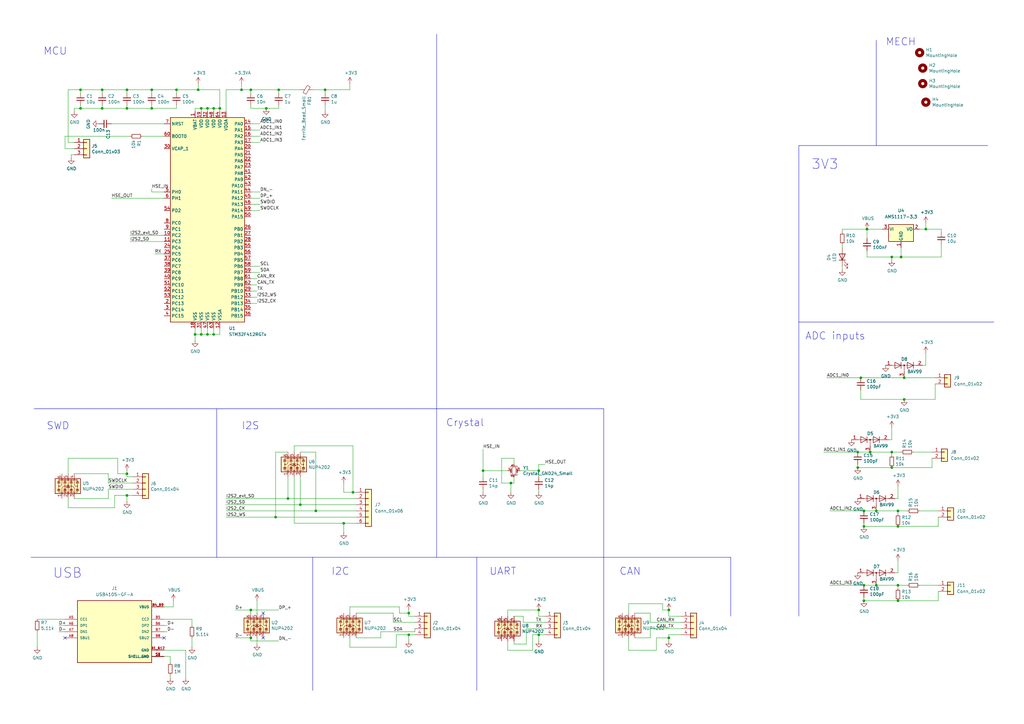
<source format=kicad_sch>
(kicad_sch (version 20230121) (generator eeschema)
  (paper "A3")
  (junction (at 365.76 191.77))
  (junction (at 379.73 93.98))
  (junction (at 52.07 36.83))
  (junction (at 52.07 203.2))
  (junction (at 274.32 261.62))
  (junction (at 62.23 36.83))
  (junction (at 355.6 93.98))
  (junction (at 41.91 36.83))
  (junction (at 102.87 250.19))
  (junction (at 113.03 212.09))
  (junction (at 140.97 214.63))
  (junction (at 62.23 44.45))
  (junction (at 198.12 193.04))
  (junction (at 167.64 260.35))
  (junction (at 209.55 198.12))
  (junction (at 82.55 137.16))
  (junction (at 82.55 44.45))
  (junction (at 52.07 44.45))
  (junction (at 102.87 261.62))
  (junction (at 359.41 240.03))
  (junction (at 129.54 209.55))
  (junction (at 85.09 137.16))
  (junction (at 368.3 246.38))
  (junction (at 370.84 163.83))
  (junction (at 144.78 201.93))
  (junction (at 102.87 36.83))
  (junction (at 368.3 240.03))
  (junction (at 85.09 44.45))
  (junction (at 220.98 193.04))
  (junction (at 351.79 191.77))
  (junction (at 52.07 194.31))
  (junction (at 41.91 44.45))
  (junction (at 133.35 36.83))
  (junction (at 368.3 215.9))
  (junction (at 33.02 44.45))
  (junction (at 114.3 36.83))
  (junction (at 81.28 36.83))
  (junction (at 123.19 207.01))
  (junction (at 118.11 204.47))
  (junction (at 353.06 154.94))
  (junction (at 80.01 137.16))
  (junction (at 365.76 185.42))
  (junction (at 274.32 250.19))
  (junction (at 220.98 260.35))
  (junction (at 72.39 36.83))
  (junction (at 99.06 36.83))
  (junction (at 351.79 185.42))
  (junction (at 354.33 215.9))
  (junction (at 167.64 251.46))
  (junction (at 356.87 185.42))
  (junction (at 33.02 36.83))
  (junction (at 354.33 246.38))
  (junction (at 369.57 105.41))
  (junction (at 365.76 105.41))
  (junction (at 368.3 209.55))
  (junction (at 90.17 44.45))
  (junction (at 359.41 209.55))
  (junction (at 87.63 44.45))
  (junction (at 354.33 209.55))
  (junction (at 370.84 154.94))
  (junction (at 87.63 137.16))
  (junction (at 354.33 240.03))
  (junction (at 109.22 44.45))
  (junction (at 220.98 250.19))
  (no_connect (at 67.31 261.62))
  (no_connect (at 26.67 261.62))
  (no_connect (at 107.95 261.62))
  (no_connect (at 107.95 251.46))
  (polyline (pts (xy 128.27 228.6) (xy 195.58 228.6)))
  (wire (pts (xy 379.73 93.98) (xy 379.73 91.44)))
  (wire (pts (xy 27.94 204.47) (xy 27.94 208.28)))
  (wire (pts (xy 369.57 105.41) (xy 386.08 105.41)))
  (wire (pts (xy 218.44 266.7) (xy 218.44 260.35)))
  (wire (pts (xy 30.48 63.5) (xy 29.21 63.5)))
  (wire (pts (xy 92.71 45.72) (xy 92.71 36.83)))
  (wire (pts (xy 99.06 36.83) (xy 102.87 36.83)))
  (wire (pts (xy 266.7 255.27) (xy 266.7 251.46)))
  (polyline (pts (xy 359.41 59.69) (xy 405.13 59.69)))
  (wire (pts (xy 30.48 44.45) (xy 30.48 45.72)))
  (wire (pts (xy 351.79 185.42) (xy 356.87 185.42)))
  (wire (pts (xy 102.87 250.19) (xy 102.87 251.46)))
  (wire (pts (xy 27.94 36.83) (xy 27.94 58.42)))
  (wire (pts (xy 144.78 182.88) (xy 144.78 201.93)))
  (wire (pts (xy 92.71 36.83) (xy 99.06 36.83)))
  (wire (pts (xy 140.97 201.93) (xy 140.97 198.12)))
  (wire (pts (xy 368.3 209.55) (xy 368.3 210.82)))
  (wire (pts (xy 15.24 259.08) (xy 15.24 265.43)))
  (wire (pts (xy 223.52 252.73) (xy 220.98 252.73)))
  (wire (pts (xy 90.17 134.62) (xy 90.17 137.16)))
  (wire (pts (xy 367.03 234.95) (xy 368.3 234.95)))
  (wire (pts (xy 72.39 38.1) (xy 72.39 36.83)))
  (wire (pts (xy 257.81 266.7) (xy 269.24 266.7)))
  (wire (pts (xy 378.46 149.86) (xy 379.73 149.86)))
  (wire (pts (xy 48.26 194.31) (xy 48.26 187.96)))
  (wire (pts (xy 15.24 254) (xy 26.67 254)))
  (wire (pts (xy 118.11 195.58) (xy 118.11 204.47)))
  (wire (pts (xy 69.85 276.86) (xy 69.85 278.13)))
  (wire (pts (xy 30.48 60.96) (xy 26.67 60.96)))
  (wire (pts (xy 87.63 44.45) (xy 90.17 44.45)))
  (polyline (pts (xy 299.72 228.6) (xy 299.72 252.73)))
  (wire (pts (xy 33.02 36.83) (xy 27.94 36.83)))
  (wire (pts (xy 27.94 208.28) (xy 46.99 208.28)))
  (polyline (pts (xy 179.07 167.64) (xy 179.07 228.6)))
  (wire (pts (xy 71.12 246.38) (xy 71.12 248.92)))
  (wire (pts (xy 92.71 204.47) (xy 118.11 204.47)))
  (wire (pts (xy 266.7 257.81) (xy 266.7 261.62)))
  (wire (pts (xy 339.09 154.94) (xy 353.06 154.94)))
  (wire (pts (xy 102.87 55.88) (xy 106.68 55.88)))
  (wire (pts (xy 354.33 209.55) (xy 359.41 209.55)))
  (wire (pts (xy 208.28 250.19) (xy 220.98 250.19)))
  (polyline (pts (xy 12.7 228.6) (xy 128.27 228.6)))
  (wire (pts (xy 146.05 201.93) (xy 144.78 201.93)))
  (wire (pts (xy 345.44 93.98) (xy 355.6 93.98)))
  (wire (pts (xy 33.02 44.45) (xy 30.48 44.45)))
  (wire (pts (xy 143.51 248.92) (xy 143.51 251.46)))
  (wire (pts (xy 162.56 260.35) (xy 167.64 260.35)))
  (wire (pts (xy 102.87 111.76) (xy 106.68 111.76)))
  (wire (pts (xy 354.33 245.11) (xy 354.33 246.38)))
  (wire (pts (xy 213.36 193.04) (xy 220.98 193.04)))
  (wire (pts (xy 80.01 137.16) (xy 80.01 139.7)))
  (wire (pts (xy 274.32 262.89) (xy 274.32 261.62)))
  (wire (pts (xy 24.13 256.54) (xy 26.67 256.54)))
  (wire (pts (xy 46.99 203.2) (xy 52.07 203.2)))
  (wire (pts (xy 26.67 55.88) (xy 53.34 55.88)))
  (wire (pts (xy 67.31 50.8) (xy 45.72 50.8)))
  (wire (pts (xy 102.87 124.46) (xy 105.41 124.46)))
  (wire (pts (xy 133.35 38.1) (xy 133.35 36.83)))
  (wire (pts (xy 27.94 187.96) (xy 27.94 194.31)))
  (wire (pts (xy 257.81 261.62) (xy 257.81 266.7)))
  (wire (pts (xy 266.7 257.81) (xy 279.4 257.81)))
  (wire (pts (xy 102.87 261.62) (xy 102.87 262.89)))
  (wire (pts (xy 102.87 44.45) (xy 109.22 44.45)))
  (wire (pts (xy 340.36 209.55) (xy 354.33 209.55)))
  (wire (pts (xy 365.76 105.41) (xy 365.76 106.68)))
  (wire (pts (xy 370.84 163.83) (xy 383.54 163.83)))
  (wire (pts (xy 71.12 248.92) (xy 67.31 248.92)))
  (wire (pts (xy 90.17 44.45) (xy 90.17 36.83)))
  (wire (pts (xy 355.6 105.41) (xy 355.6 102.87)))
  (wire (pts (xy 140.97 214.63) (xy 140.97 218.44)))
  (wire (pts (xy 379.73 149.86) (xy 379.73 144.78)))
  (wire (pts (xy 205.74 187.96) (xy 210.82 187.96)))
  (wire (pts (xy 377.19 209.55) (xy 384.81 209.55)))
  (wire (pts (xy 102.87 262.89) (xy 114.3 262.89)))
  (wire (pts (xy 82.55 134.62) (xy 82.55 137.16)))
  (wire (pts (xy 220.98 252.73) (xy 220.98 250.19)))
  (wire (pts (xy 123.19 185.42) (xy 129.54 185.42)))
  (wire (pts (xy 102.87 78.74) (xy 106.68 78.74)))
  (wire (pts (xy 30.48 194.31) (xy 44.45 194.31)))
  (wire (pts (xy 386.08 93.98) (xy 386.08 95.25)))
  (wire (pts (xy 24.13 259.08) (xy 26.67 259.08)))
  (wire (pts (xy 220.98 190.5) (xy 220.98 193.04)))
  (wire (pts (xy 26.67 60.96) (xy 26.67 55.88)))
  (wire (pts (xy 109.22 44.45) (xy 114.3 44.45)))
  (wire (pts (xy 82.55 45.72) (xy 82.55 44.45)))
  (wire (pts (xy 90.17 137.16) (xy 87.63 137.16)))
  (wire (pts (xy 369.57 101.6) (xy 369.57 105.41)))
  (wire (pts (xy 220.98 262.89) (xy 220.98 260.35)))
  (wire (pts (xy 161.29 251.46) (xy 161.29 255.27)))
  (wire (pts (xy 274.32 260.35) (xy 279.4 260.35)))
  (wire (pts (xy 351.79 190.5) (xy 351.79 191.77)))
  (wire (pts (xy 62.23 36.83) (xy 52.07 36.83)))
  (wire (pts (xy 133.35 36.83) (xy 128.27 36.83)))
  (wire (pts (xy 45.72 81.28) (xy 67.31 81.28)))
  (wire (pts (xy 102.87 58.42) (xy 106.68 58.42)))
  (wire (pts (xy 68.58 256.54) (xy 67.31 256.54)))
  (wire (pts (xy 102.87 43.18) (xy 102.87 44.45)))
  (wire (pts (xy 215.9 257.81) (xy 223.52 257.81)))
  (wire (pts (xy 133.35 45.72) (xy 133.35 43.18)))
  (wire (pts (xy 167.64 251.46) (xy 167.64 250.19)))
  (wire (pts (xy 365.76 185.42) (xy 369.57 185.42)))
  (wire (pts (xy 52.07 194.31) (xy 48.26 194.31)))
  (wire (pts (xy 368.3 240.03) (xy 368.3 241.3)))
  (wire (pts (xy 52.07 43.18) (xy 52.07 44.45)))
  (wire (pts (xy 82.55 137.16) (xy 80.01 137.16)))
  (wire (pts (xy 345.44 100.33) (xy 345.44 101.6)))
  (wire (pts (xy 102.87 250.19) (xy 114.3 250.19)))
  (wire (pts (xy 72.39 44.45) (xy 62.23 44.45)))
  (wire (pts (xy 162.56 265.43) (xy 162.56 260.35)))
  (polyline (pts (xy 179.07 13.97) (xy 179.07 167.64)))
  (wire (pts (xy 365.76 105.41) (xy 369.57 105.41)))
  (wire (pts (xy 209.55 198.12) (xy 210.82 198.12)))
  (wire (pts (xy 368.3 209.55) (xy 372.11 209.55)))
  (wire (pts (xy 269.24 261.62) (xy 274.32 261.62)))
  (wire (pts (xy 113.03 212.09) (xy 146.05 212.09)))
  (wire (pts (xy 120.65 185.42) (xy 120.65 182.88)))
  (wire (pts (xy 80.01 44.45) (xy 82.55 44.45)))
  (wire (pts (xy 386.08 105.41) (xy 386.08 100.33)))
  (wire (pts (xy 209.55 198.12) (xy 205.74 198.12)))
  (wire (pts (xy 62.23 44.45) (xy 52.07 44.45)))
  (wire (pts (xy 368.3 215.9) (xy 384.81 215.9)))
  (wire (pts (xy 67.31 55.88) (xy 58.42 55.88)))
  (wire (pts (xy 29.21 63.5) (xy 29.21 64.77)))
  (wire (pts (xy 156.21 261.62) (xy 146.05 261.62)))
  (wire (pts (xy 367.03 204.47) (xy 368.3 204.47)))
  (wire (pts (xy 271.78 247.65) (xy 257.81 247.65)))
  (wire (pts (xy 33.02 44.45) (xy 33.02 43.18)))
  (wire (pts (xy 356.87 185.42) (xy 365.76 185.42)))
  (wire (pts (xy 80.01 137.16) (xy 80.01 134.62)))
  (wire (pts (xy 52.07 36.83) (xy 41.91 36.83)))
  (wire (pts (xy 52.07 38.1) (xy 52.07 36.83)))
  (wire (pts (xy 44.45 198.12) (xy 44.45 194.31)))
  (wire (pts (xy 81.28 34.29) (xy 81.28 36.83)))
  (wire (pts (xy 82.55 44.45) (xy 85.09 44.45)))
  (wire (pts (xy 96.52 250.19) (xy 102.87 250.19)))
  (wire (pts (xy 266.7 251.46) (xy 260.35 251.46)))
  (wire (pts (xy 118.11 185.42) (xy 113.03 185.42)))
  (wire (pts (xy 215.9 257.81) (xy 215.9 264.16)))
  (wire (pts (xy 68.58 259.08) (xy 67.31 259.08)))
  (wire (pts (xy 223.52 190.5) (xy 220.98 190.5)))
  (wire (pts (xy 143.51 36.83) (xy 133.35 36.83)))
  (wire (pts (xy 123.19 207.01) (xy 146.05 207.01)))
  (polyline (pts (xy 247.65 228.6) (xy 247.65 283.21)))
  (wire (pts (xy 384.81 215.9) (xy 384.81 212.09)))
  (wire (pts (xy 146.05 251.46) (xy 161.29 251.46)))
  (wire (pts (xy 167.64 251.46) (xy 163.83 251.46)))
  (wire (pts (xy 351.79 191.77) (xy 365.76 191.77)))
  (wire (pts (xy 92.71 209.55) (xy 129.54 209.55)))
  (wire (pts (xy 120.65 195.58) (xy 120.65 214.63)))
  (wire (pts (xy 92.71 212.09) (xy 113.03 212.09)))
  (wire (pts (xy 114.3 38.1) (xy 114.3 36.83)))
  (wire (pts (xy 143.51 265.43) (xy 162.56 265.43)))
  (wire (pts (xy 120.65 214.63) (xy 140.97 214.63)))
  (wire (pts (xy 44.45 204.47) (xy 30.48 204.47)))
  (wire (pts (xy 123.19 195.58) (xy 123.19 207.01)))
  (wire (pts (xy 266.7 261.62) (xy 260.35 261.62)))
  (wire (pts (xy 345.44 109.22) (xy 345.44 110.49)))
  (polyline (pts (xy 327.66 252.73) (xy 327.66 132.08)))
  (wire (pts (xy 85.09 137.16) (xy 82.55 137.16)))
  (wire (pts (xy 129.54 209.55) (xy 146.05 209.55)))
  (wire (pts (xy 368.3 240.03) (xy 372.11 240.03)))
  (wire (pts (xy 72.39 43.18) (xy 72.39 44.45)))
  (wire (pts (xy 205.74 198.12) (xy 205.74 187.96)))
  (wire (pts (xy 80.01 45.72) (xy 80.01 44.45)))
  (wire (pts (xy 365.76 191.77) (xy 382.27 191.77)))
  (wire (pts (xy 353.06 163.83) (xy 370.84 163.83)))
  (wire (pts (xy 214.63 255.27) (xy 214.63 252.73)))
  (wire (pts (xy 129.54 185.42) (xy 129.54 209.55)))
  (wire (pts (xy 143.51 261.62) (xy 143.51 265.43)))
  (wire (pts (xy 102.87 81.28) (xy 106.68 81.28)))
  (wire (pts (xy 354.33 214.63) (xy 354.33 215.9)))
  (wire (pts (xy 54.61 198.12) (xy 44.45 198.12)))
  (wire (pts (xy 218.44 260.35) (xy 220.98 260.35)))
  (wire (pts (xy 62.23 43.18) (xy 62.23 44.45)))
  (wire (pts (xy 54.61 195.58) (xy 52.07 195.58)))
  (wire (pts (xy 76.2 266.7) (xy 76.2 278.13)))
  (wire (pts (xy 52.07 195.58) (xy 52.07 194.31)))
  (wire (pts (xy 198.12 201.93) (xy 198.12 200.66)))
  (wire (pts (xy 48.26 187.96) (xy 27.94 187.96)))
  (wire (pts (xy 62.23 78.74) (xy 67.31 78.74)))
  (wire (pts (xy 214.63 252.73) (xy 210.82 252.73)))
  (wire (pts (xy 382.27 191.77) (xy 382.27 187.96)))
  (wire (pts (xy 210.82 264.16) (xy 210.82 262.89)))
  (wire (pts (xy 198.12 184.15) (xy 198.12 193.04)))
  (wire (pts (xy 156.21 259.08) (xy 170.18 259.08)))
  (wire (pts (xy 102.87 53.34) (xy 106.68 53.34)))
  (wire (pts (xy 368.3 204.47) (xy 368.3 199.39)))
  (polyline (pts (xy 359.41 16.51) (xy 359.41 59.69)))
  (wire (pts (xy 52.07 205.74) (xy 52.07 203.2)))
  (wire (pts (xy 279.4 252.73) (xy 274.32 252.73)))
  (wire (pts (xy 220.98 201.93) (xy 220.98 200.66)))
  (wire (pts (xy 266.7 255.27) (xy 279.4 255.27)))
  (wire (pts (xy 46.99 208.28) (xy 46.99 203.2)))
  (wire (pts (xy 208.28 262.89) (xy 208.28 266.7)))
  (wire (pts (xy 114.3 44.45) (xy 114.3 43.18)))
  (wire (pts (xy 170.18 259.08) (xy 170.18 257.81)))
  (wire (pts (xy 87.63 137.16) (xy 85.09 137.16)))
  (polyline (pts (xy 247.65 167.64) (xy 247.65 228.6)))
  (wire (pts (xy 102.87 86.36) (xy 106.68 86.36)))
  (wire (pts (xy 354.33 240.03) (xy 359.41 240.03)))
  (wire (pts (xy 92.71 207.01) (xy 123.19 207.01)))
  (polyline (pts (xy 195.58 228.6) (xy 195.58 283.21)))
  (wire (pts (xy 214.63 255.27) (xy 223.52 255.27)))
  (wire (pts (xy 102.87 38.1) (xy 102.87 36.83)))
  (wire (pts (xy 102.87 116.84) (xy 105.41 116.84)))
  (wire (pts (xy 271.78 250.19) (xy 271.78 247.65)))
  (wire (pts (xy 81.28 36.83) (xy 72.39 36.83)))
  (wire (pts (xy 78.74 261.62) (xy 78.74 265.43)))
  (wire (pts (xy 102.87 50.8) (xy 106.68 50.8)))
  (wire (pts (xy 72.39 36.83) (xy 62.23 36.83)))
  (wire (pts (xy 85.09 45.72) (xy 85.09 44.45)))
  (wire (pts (xy 146.05 214.63) (xy 140.97 214.63)))
  (wire (pts (xy 99.06 34.29) (xy 99.06 36.83)))
  (wire (pts (xy 210.82 187.96) (xy 210.82 190.5)))
  (wire (pts (xy 41.91 38.1) (xy 41.91 36.83)))
  (polyline (pts (xy 88.9 167.64) (xy 88.9 228.6)))
  (wire (pts (xy 85.09 134.62) (xy 85.09 137.16)))
  (wire (pts (xy 163.83 251.46) (xy 163.83 248.92)))
  (wire (pts (xy 377.19 240.03) (xy 384.81 240.03)))
  (wire (pts (xy 69.85 271.78) (xy 69.85 269.24)))
  (wire (pts (xy 53.34 96.52) (xy 67.31 96.52)))
  (wire (pts (xy 274.32 261.62) (xy 274.32 260.35)))
  (wire (pts (xy 345.44 93.98) (xy 345.44 95.25)))
  (wire (pts (xy 220.98 193.04) (xy 220.98 195.58)))
  (wire (pts (xy 156.21 259.08) (xy 156.21 261.62)))
  (wire (pts (xy 337.82 185.42) (xy 351.79 185.42)))
  (wire (pts (xy 359.41 209.55) (xy 368.3 209.55)))
  (wire (pts (xy 102.87 114.3) (xy 105.41 114.3)))
  (wire (pts (xy 85.09 44.45) (xy 87.63 44.45)))
  (polyline (pts (xy 128.27 228.6) (xy 128.27 283.21)))
  (wire (pts (xy 163.83 248.92) (xy 143.51 248.92)))
  (wire (pts (xy 87.63 134.62) (xy 87.63 137.16)))
  (polyline (pts (xy 327.66 59.69) (xy 359.41 59.69)))
  (wire (pts (xy 62.23 77.47) (xy 62.23 78.74)))
  (wire (pts (xy 383.54 163.83) (xy 383.54 157.48)))
  (wire (pts (xy 96.52 261.62) (xy 102.87 261.62)))
  (wire (pts (xy 53.34 99.06) (xy 67.31 99.06)))
  (wire (pts (xy 355.6 93.98) (xy 355.6 97.79)))
  (wire (pts (xy 27.94 58.42) (xy 30.48 58.42)))
  (wire (pts (xy 368.3 234.95) (xy 368.3 229.87)))
  (polyline (pts (xy 327.66 132.08) (xy 407.67 132.08)))
  (wire (pts (xy 208.28 266.7) (xy 218.44 266.7)))
  (wire (pts (xy 113.03 185.42) (xy 113.03 212.09)))
  (wire (pts (xy 41.91 44.45) (xy 33.02 44.45)))
  (wire (pts (xy 44.45 200.66) (xy 54.61 200.66)))
  (wire (pts (xy 167.64 262.89) (xy 167.64 260.35)))
  (polyline (pts (xy 13.97 167.64) (xy 88.9 167.64)))
  (wire (pts (xy 274.32 252.73) (xy 274.32 250.19)))
  (wire (pts (xy 102.87 109.22) (xy 106.68 109.22)))
  (wire (pts (xy 370.84 154.94) (xy 383.54 154.94)))
  (polyline (pts (xy 179.07 167.64) (xy 247.65 167.64)))
  (wire (pts (xy 353.06 154.94) (xy 370.84 154.94)))
  (wire (pts (xy 143.51 34.29) (xy 143.51 36.83)))
  (wire (pts (xy 368.3 246.38) (xy 384.81 246.38)))
  (wire (pts (xy 114.3 36.83) (xy 123.19 36.83)))
  (wire (pts (xy 67.31 266.7) (xy 76.2 266.7)))
  (wire (pts (xy 269.24 266.7) (xy 269.24 261.62)))
  (wire (pts (xy 44.45 200.66) (xy 44.45 204.47)))
  (wire (pts (xy 361.95 93.98) (xy 355.6 93.98)))
  (wire (pts (xy 120.65 182.88) (xy 144.78 182.88)))
  (wire (pts (xy 257.81 247.65) (xy 257.81 251.46)))
  (wire (pts (xy 62.23 38.1) (xy 62.23 36.83)))
  (wire (pts (xy 102.87 83.82) (xy 106.68 83.82)))
  (wire (pts (xy 198.12 193.04) (xy 198.12 195.58)))
  (wire (pts (xy 208.28 193.04) (xy 198.12 193.04)))
  (wire (pts (xy 340.36 240.03) (xy 354.33 240.03)))
  (wire (pts (xy 67.31 254) (xy 78.74 254)))
  (wire (pts (xy 87.63 45.72) (xy 87.63 44.45)))
  (wire (pts (xy 118.11 204.47) (xy 146.05 204.47)))
  (wire (pts (xy 354.33 215.9) (xy 368.3 215.9)))
  (wire (pts (xy 52.07 194.31) (xy 52.07 193.04)))
  (wire (pts (xy 52.07 44.45) (xy 41.91 44.45)))
  (wire (pts (xy 208.28 252.73) (xy 208.28 250.19)))
  (wire (pts (xy 365.76 185.42) (xy 365.76 186.69)))
  (wire (pts (xy 102.87 121.92) (xy 105.41 121.92)))
  (wire (pts (xy 274.32 250.19) (xy 271.78 250.19)))
  (wire (pts (xy 161.29 255.27) (xy 170.18 255.27)))
  (wire (pts (xy 105.41 246.38) (xy 105.41 251.46)))
  (polyline (pts (xy 195.58 228.6) (xy 247.65 228.6)))
  (wire (pts (xy 90.17 45.72) (xy 90.17 44.45)))
  (wire (pts (xy 220.98 260.35) (xy 223.52 260.35)))
  (wire (pts (xy 41.91 43.18) (xy 41.91 44.45)))
  (wire (pts (xy 144.78 201.93) (xy 140.97 201.93)))
  (wire (pts (xy 365.76 105.41) (xy 355.6 105.41)))
  (wire (pts (xy 374.65 185.42) (xy 382.27 185.42)))
  (polyline (pts (xy 88.9 167.64) (xy 179.07 167.64)))
  (wire (pts (xy 105.41 264.16) (xy 105.41 261.62)))
  (wire (pts (xy 365.76 180.34) (xy 365.76 175.26)))
  (wire (pts (xy 69.85 269.24) (xy 67.31 269.24)))
  (wire (pts (xy 33.02 36.83) (xy 33.02 38.1)))
  (wire (pts (xy 78.74 254) (xy 78.74 256.54)))
  (wire (pts (xy 41.91 36.83) (xy 33.02 36.83)))
  (wire (pts (xy 354.33 246.38) (xy 368.3 246.38)))
  (polyline (pts (xy 247.65 228.6) (xy 299.72 228.6)))
  (wire (pts (xy 52.07 203.2) (xy 54.61 203.2)))
  (wire (pts (xy 63.5 104.14) (xy 67.31 104.14)))
  (wire (pts (xy 379.73 93.98) (xy 386.08 93.98)))
  (wire (pts (xy 102.87 36.83) (xy 114.3 36.83)))
  (wire (pts (xy 215.9 264.16) (xy 210.82 264.16)))
  (wire (pts (xy 170.18 252.73) (xy 167.64 252.73)))
  (wire (pts (xy 209.55 201.93) (xy 209.55 198.12)))
  (wire (pts (xy 384.81 246.38) (xy 384.81 242.57)))
  (wire (pts (xy 210.82 198.12) (xy 210.82 195.58)))
  (wire (pts (xy 102.87 119.38) (xy 105.41 119.38)))
  (wire (pts (xy 364.49 180.34) (xy 365.76 180.34)))
  (wire (pts (xy 359.41 240.03) (xy 368.3 240.03)))
  (wire (pts (xy 377.19 93.98) (xy 379.73 93.98)))
  (wire (pts (xy 90.17 36.83) (xy 81.28 36.83)))
  (wire (pts (xy 167.64 260.35) (xy 170.18 260.35)))
  (polyline (pts (xy 327.66 132.08) (xy 327.66 59.69)))
  (wire (pts (xy 353.06 160.02) (xy 353.06 163.83)))
  (wire (pts (xy 167.64 252.73) (xy 167.64 251.46)))
  (text "MECH" (at 363.22 19.05 0) (effects (font (size 3 3)) (justify left bottom)))
  (text "MCU" (at 17.78 22.86 0) (effects (font (size 3 3)) (justify left bottom)))
  (text "CAN" (at 254 236.22 0) (effects (font (size 3 3)) (justify left bottom)))
  (text "I2C" (at 135.89 236.22 0) (effects (font (size 3 3)) (justify left bottom)))
  (text "SWD" (at 19.05 176.53 0) (effects (font (size 3 3)) (justify left bottom)))
  (text "Crystal" (at 182.88 175.26 0) (effects (font (size 3 3)) (justify left bottom)))
  (text "USB" (at 21.59 237.49 0) (effects (font (size 3.9878 3.9878)) (justify left bottom)))
  (text "UART" (at 200.66 236.22 0) (effects (font (size 3 3)) (justify left bottom)))
  (text "3V3\n" (at 332.74 69.85 0) (effects (font (size 3.9878 3.9878)) (justify left bottom)))
  (text "I2S" (at 99.06 176.53 0) (effects (font (size 3 3)) (justify left bottom)))
  (text "ADC inputs" (at 330.2 139.7 0) (effects (font (size 3 3)) (justify left bottom)))
  (label "SWDCLK" (at 44.45 198.12 0) (effects (font (size 1.2954 1.2954))))
  (label "HSE_IN" (at 62.23 77.47 0) (effects (font (size 1.2954 1.2954))))
  (label "DP_+" (at 114.3 250.19 0))
  (label "ADC1_IN0" (at 106.68 50.8 0))
  (label "I2S2_WS" (at 92.71 212.09 0))
  (label "RX" (at 63.5 104.14 0) (effects (font (size 1.2954 1.2954))))
  (label "DP_+" (at 106.68 81.28 0))
  (label "I2S2_SD" (at 92.71 207.01 0))
  (label "SWDIO" (at 106.68 83.82 0) (effects (font (size 1.2954 1.2954))))
  (label "ADC1_IN0" (at 339.09 154.94 0))
  (label "I2S2_CK" (at 92.71 209.55 0))
  (label "CAN_TX" (at 269.24 257.81 0) (effects (font (size 1.2954 1.2954))))
  (label "CAN_TX" (at 105.41 116.84 0) (effects (font (size 1.2954 1.2954))))
  (label "CAN_RX" (at 105.41 114.3 0) (effects (font (size 1.2954 1.2954))))
  (label "CAN_RX" (at 269.24 255.27 0) (effects (font (size 1.2954 1.2954))))
  (label "HSE_OUT" (at 45.72 81.28 0) (effects (font (size 1.2954 1.2954))))
  (label "I2S2_ext_SD" (at 92.71 204.47 0))
  (label "SDA" (at 106.68 111.76 0) (effects (font (size 1.2954 1.2954))))
  (label "I2S2_CK" (at 105.41 124.46 0))
  (label "I2S2_WS" (at 105.41 121.92 0))
  (label "D+" (at 24.13 256.54 0))
  (label "ADC1_IN1" (at 337.82 185.42 0))
  (label "I2S2_SD" (at 53.34 99.06 0))
  (label "ADC1_IN2" (at 340.36 209.55 0))
  (label "HSE_OUT" (at 223.52 190.5 0) (effects (font (size 1.2954 1.2954))))
  (label "ADC1_IN2" (at 106.68 55.88 0))
  (label "SCL" (at 161.29 255.27 0) (effects (font (size 1.2954 1.2954))))
  (label "ADC1_IN1" (at 106.68 53.34 0))
  (label "DN_-" (at 106.68 78.74 0))
  (label "D-" (at 96.52 261.62 0))
  (label "D-" (at 24.13 259.08 0))
  (label "HSE_IN" (at 198.12 184.15 0) (effects (font (size 1.2954 1.2954))))
  (label "D+" (at 96.52 250.19 0))
  (label "I2S2_ext_SD" (at 53.34 96.52 0))
  (label "D-" (at 68.58 259.08 0))
  (label "TX" (at 105.41 119.38 0) (effects (font (size 1.2954 1.2954))))
  (label "TX" (at 219.71 255.27 0) (effects (font (size 1.2954 1.2954))))
  (label "D+" (at 68.58 256.54 0))
  (label "SWDCLK" (at 106.68 86.36 0) (effects (font (size 1.2954 1.2954))))
  (label "SCL" (at 106.68 109.22 0) (effects (font (size 1.2954 1.2954))))
  (label "ADC1_IN3" (at 106.68 58.42 0))
  (label "ADC1_IN3" (at 340.36 240.03 0))
  (label "RX" (at 219.71 257.81 0) (effects (font (size 1.2954 1.2954))))
  (label "SDA" (at 161.29 259.08 0) (effects (font (size 1.2954 1.2954))))
  (label "SWDIO" (at 44.45 200.66 0) (effects (font (size 1.2954 1.2954))))
  (label "DN_-" (at 114.3 262.89 0))
  (symbol (lib_id "MCU_ST_STM32F4:STM32F412RGTx") (at 85.09 88.9 0) (unit 1)
    (property "Reference" "U1" (at 95.25 134.62 0))
    (property "Value" "STM32F412RGTx" (at 101.6 137.16 0))
    (property "Footprint" "Package_QFP:LQFP-64_10x10mm_P0.5mm" (effects hide))
    (property "Datasheet" "http://www.st.com/st-web-ui/static/active/en/resource/technical/document/datasheet/DM00213872.pdf" (effects hide))
  )
  (symbol (lib_id "Device:C_Small") (at 52.07 40.64 0) (unit 1)
    (property "Reference" "C3" (at 54.4068 39.4716 0) (effects (justify left)))
    (property "Value" "100n" (at 54.4068 41.783 0) (effects (justify left)))
    (property "Footprint" "Capacitor_SMD:C_0805_2012Metric_Pad1.18x1.45mm_HandSolder" (effects hide))
  )
  (symbol (lib_id "Device:C_Small") (at 41.91 40.64 0) (unit 1)
    (property "Reference" "C2" (at 44.2468 39.4716 0) (effects (justify left)))
    (property "Value" "100n" (at 44.2468 41.783 0) (effects (justify left)))
    (property "Footprint" "Capacitor_SMD:C_0805_2012Metric_Pad1.18x1.45mm_HandSolder" (effects hide))
  )
  (symbol (lib_id "Device:C_Small") (at 33.02 40.64 0) (unit 1)
    (property "Reference" "C1" (at 35.3568 39.4716 0) (effects (justify left)))
    (property "Value" "10u" (at 35.3568 41.783 0) (effects (justify left)))
    (property "Footprint" "Capacitor_SMD:C_0805_2012Metric_Pad1.18x1.45mm_HandSolder" (effects hide))
  )
  (symbol (lib_id "Device:C_Small") (at 102.87 40.64 0) (unit 1)
    (property "Reference" "C6" (at 105.2068 39.4716 0) (effects (justify left)))
    (property "Value" "10n" (at 105.2068 41.783 0) (effects (justify left)))
    (property "Footprint" "Capacitor_SMD:C_0805_2012Metric_Pad1.18x1.45mm_HandSolder" (effects hide))
  )
  (symbol (lib_id "Device:C_Small") (at 114.3 40.64 0) (unit 1)
    (property "Reference" "C7" (at 116.6368 39.4716 0) (effects (justify left)))
    (property "Value" "1u" (at 116.6368 41.783 0) (effects (justify left)))
    (property "Footprint" "Capacitor_SMD:C_0805_2012Metric_Pad1.18x1.45mm_HandSolder" (effects hide))
  )
  (symbol (lib_id "universal-rescue:Ferrite_Bead_Small-Device") (at 125.73 36.83 270) (unit 1)
    (property "Reference" "FB1" (at 126.8984 39.37 0) (effects (justify left)))
    (property "Value" "Ferrite_Bead_Small" (at 124.587 39.37 0) (effects (justify left)))
    (property "Footprint" "Inductor_SMD:L_0805_2012Metric_Pad1.15x1.40mm_HandSolder" (effects hide))
  )
  (symbol (lib_id "Device:R_Small") (at 55.88 55.88 270) (unit 1)
    (property "Reference" "R1" (at 57.0484 57.3786 0) (effects (justify left)))
    (property "Value" "10k" (at 54.737 57.3786 0) (effects (justify left)))
    (property "Footprint" "Resistor_SMD:R_0805_2012Metric_Pad1.20x1.40mm_HandSolder" (effects hide))
  )
  (symbol (lib_id "power:VBUS") (at 355.6 93.98 0) (unit 1)
    (property "Reference" "#PWR0101" (effects hide))
    (property "Value" "VBUS" (at 355.981 89.5858 0))
  )
  (symbol (lib_id "power:GND") (at 365.76 106.68 0) (unit 1)
    (property "Reference" "#PWR0102" (effects hide))
    (property "Value" "GND" (at 365.887 111.0742 0))
  )
  (symbol (lib_id "universal-rescue:+3.3V-power") (at 379.73 91.44 0) (unit 1)
    (property "Reference" "#PWR0103" (effects hide))
    (property "Value" "+3.3V" (at 380.111 87.0458 0))
  )
  (symbol (lib_id "power:+3.3VA") (at 99.06 34.29 0) (unit 1)
    (property "Reference" "#PWR0104" (effects hide))
    (property "Value" "+3.3VA" (at 99.441 29.8958 0))
  )
  (symbol (lib_id "universal-rescue:+3.3V-power") (at 81.28 34.29 0) (unit 1)
    (property "Reference" "#PWR0105" (effects hide))
    (property "Value" "+3.3V" (at 81.661 29.8958 0))
  )
  (symbol (lib_id "power:GND") (at 80.01 139.7 0) (unit 1)
    (property "Reference" "#PWR0107" (effects hide))
    (property "Value" "GND" (at 80.137 144.0942 0))
  )
  (symbol (lib_id "Device:C_Small") (at 62.23 40.64 0) (unit 1)
    (property "Reference" "C4" (at 64.5668 39.4716 0) (effects (justify left)))
    (property "Value" "100n" (at 64.5668 41.783 0) (effects (justify left)))
    (property "Footprint" "Capacitor_SMD:C_0805_2012Metric_Pad1.18x1.45mm_HandSolder" (effects hide))
  )
  (symbol (lib_id "Device:C_Small") (at 72.39 40.64 0) (unit 1)
    (property "Reference" "C5" (at 74.7268 39.4716 0) (effects (justify left)))
    (property "Value" "100n" (at 74.7268 41.783 0) (effects (justify left)))
    (property "Footprint" "Capacitor_SMD:C_0805_2012Metric_Pad1.18x1.45mm_HandSolder" (effects hide))
  )
  (symbol (lib_id "power:GND") (at 30.48 45.72 0) (unit 1)
    (property "Reference" "#PWR0108" (effects hide))
    (property "Value" "GND" (at 30.607 50.1142 0))
  )
  (symbol (lib_id "Device:C_Small") (at 133.35 40.64 0) (unit 1)
    (property "Reference" "C8" (at 135.6868 39.4716 0) (effects (justify left)))
    (property "Value" "1u" (at 135.6868 41.783 0) (effects (justify left)))
    (property "Footprint" "Capacitor_SMD:C_0805_2012Metric_Pad1.18x1.45mm_HandSolder" (effects hide))
  )
  (symbol (lib_id "universal-rescue:+3.3V-power") (at 143.51 34.29 0) (unit 1)
    (property "Reference" "#PWR0109" (effects hide))
    (property "Value" "+3.3V" (at 143.891 29.8958 0))
  )
  (symbol (lib_id "power:GND") (at 109.22 44.45 0) (unit 1)
    (property "Reference" "#PWR0110" (effects hide))
    (property "Value" "GND" (at 109.347 48.8442 0))
  )
  (symbol (lib_id "power:GND") (at 133.35 45.72 0) (unit 1)
    (property "Reference" "#PWR0111" (effects hide))
    (property "Value" "GND" (at 133.477 50.1142 0))
  )
  (symbol (lib_id "Mechanical:MountingHole") (at 377.19 21.59 0) (unit 1)
    (property "Reference" "H1" (at 379.73 20.4216 0) (effects (justify left)))
    (property "Value" "MountingHole" (at 379.73 22.733 0) (effects (justify left)))
    (property "Footprint" "MountingHole:MountingHole_3.2mm_M3_DIN965" (effects hide))
  )
  (symbol (lib_id "Mechanical:MountingHole") (at 378.46 27.94 0) (unit 1)
    (property "Reference" "H2" (at 381 26.7716 0) (effects (justify left)))
    (property "Value" "MountingHole" (at 381 29.083 0) (effects (justify left)))
    (property "Footprint" "MountingHole:MountingHole_3.2mm_M3_DIN965" (effects hide))
  )
  (symbol (lib_id "Mechanical:MountingHole") (at 378.46 34.29 0) (unit 1)
    (property "Reference" "H3" (at 381 33.1216 0) (effects (justify left)))
    (property "Value" "MountingHole" (at 381 35.433 0) (effects (justify left)))
    (property "Footprint" "MountingHole:MountingHole_3.2mm_M3_DIN965" (effects hide))
  )
  (symbol (lib_id "Mechanical:MountingHole") (at 379.73 41.91 0) (unit 1)
    (property "Reference" "H4" (at 382.27 40.7416 0) (effects (justify left)))
    (property "Value" "MountingHole" (at 382.27 43.053 0) (effects (justify left)))
    (property "Footprint" "MountingHole:MountingHole_3.2mm_M3_DIN965" (effects hide))
  )
  (symbol (lib_id "universal-rescue:+3.3V-power") (at 52.07 193.04 0) (unit 1)
    (property "Reference" "#PWR0112" (effects hide))
    (property "Value" "+3.3V" (at 52.451 188.6458 0))
  )
  (symbol (lib_id "power:GND") (at 167.64 262.89 0) (unit 1)
    (property "Reference" "#PWR0113" (effects hide))
    (property "Value" "GND" (at 167.767 267.2842 0))
  )
  (symbol (lib_id "universal-rescue:+3.3V-power") (at 167.64 250.19 0) (unit 1)
    (property "Reference" "#PWR0114" (effects hide))
    (property "Value" "+3.3V" (at 168.021 245.7958 0))
  )
  (symbol (lib_id "power:GND") (at 220.98 262.89 0) (unit 1)
    (property "Reference" "#PWR0115" (effects hide))
    (property "Value" "GND" (at 221.107 267.2842 0))
  )
  (symbol (lib_id "universal-rescue:+3.3V-power") (at 220.98 250.19 0) (unit 1)
    (property "Reference" "#PWR0116" (effects hide))
    (property "Value" "+3.3V" (at 221.361 245.7958 0))
  )
  (symbol (lib_id "power:GND") (at 76.2 278.13 0) (unit 1)
    (property "Reference" "#PWR0117" (effects hide))
    (property "Value" "GND" (at 76.327 282.5242 0))
  )
  (symbol (lib_id "power:VBUS") (at 71.12 246.38 0) (unit 1)
    (property "Reference" "#PWR0118" (effects hide))
    (property "Value" "VBUS" (at 71.501 241.9858 0))
  )
  (symbol (lib_id "Power_Protection:NUP4202") (at 105.41 256.54 0) (unit 1)
    (property "Reference" "U2" (at 111.252 255.3716 0) (effects (justify left)))
    (property "Value" "NUP4202" (at 111.252 257.683 0) (effects (justify left)))
    (property "Footprint" "Package_TO_SOT_SMD:SOT-363_SC-70-6" (effects hide))
    (property "Datasheet" "http://www.onsemi.com/pub_link/Collateral/NUP4202W1-D.PDF" (effects hide))
  )
  (symbol (lib_id "power:VBUS") (at 105.41 246.38 0) (unit 1)
    (property "Reference" "#PWR0119" (effects hide))
    (property "Value" "VBUS" (at 105.791 241.9858 0))
  )
  (symbol (lib_id "power:GND") (at 105.41 264.16 0) (unit 1)
    (property "Reference" "#PWR0120" (effects hide))
    (property "Value" "GND" (at 105.537 268.5542 0))
  )
  (symbol (lib_id "Device:C_Small") (at 386.08 97.79 0) (unit 1)
    (property "Reference" "C10" (at 388.4168 96.6216 0) (effects (justify left)))
    (property "Value" "10u" (at 388.4168 98.933 0) (effects (justify left)))
    (property "Footprint" "Capacitor_SMD:C_0805_2012Metric_Pad1.18x1.45mm_HandSolder" (effects hide))
  )
  (symbol (lib_id "Device:Crystal_GND24_Small") (at 210.82 193.04 0) (unit 1)
    (property "Reference" "Y1" (at 214.4776 191.8716 0) (effects (justify left)))
    (property "Value" "Crystal_GND24_Small" (at 214.4776 194.183 0) (effects (justify left)))
    (property "Footprint" "Crystal:Crystal_SMD_Abracon_ABM10-4Pin_2.5x2.0mm" (effects hide))
    (property "MPN" "ABM10-16.000MHZ-R80-7-D30-T" (effects hide))
  )
  (symbol (lib_id "Device:C_Small") (at 198.12 198.12 0) (unit 1)
    (property "Reference" "C11" (at 200.4568 196.9516 0) (effects (justify left)))
    (property "Value" "14p" (at 200.4568 199.263 0) (effects (justify left)))
    (property "Footprint" "Capacitor_SMD:C_0805_2012Metric_Pad1.18x1.45mm_HandSolder" (effects hide))
  )
  (symbol (lib_id "Device:C_Small") (at 220.98 198.12 0) (unit 1)
    (property "Reference" "C12" (at 223.3168 196.9516 0) (effects (justify left)))
    (property "Value" "14p" (at 223.3168 199.263 0) (effects (justify left)))
    (property "Footprint" "Capacitor_SMD:C_0805_2012Metric_Pad1.18x1.45mm_HandSolder" (effects hide))
  )
  (symbol (lib_id "power:GND") (at 209.55 201.93 0) (unit 1)
    (property "Reference" "#PWR0121" (effects hide))
    (property "Value" "GND" (at 209.677 206.3242 0))
  )
  (symbol (lib_id "power:GND") (at 198.12 201.93 0) (unit 1)
    (property "Reference" "#PWR0122" (effects hide))
    (property "Value" "GND" (at 198.247 206.3242 0))
  )
  (symbol (lib_id "power:GND") (at 220.98 201.93 0) (unit 1)
    (property "Reference" "#PWR0123" (effects hide))
    (property "Value" "GND" (at 221.107 206.3242 0))
  )
  (symbol (lib_id "Device:C_Small") (at 43.18 50.8 270) (unit 1)
    (property "Reference" "C13" (at 44.3484 53.1368 0) (effects (justify left)))
    (property "Value" "100n" (at 38.1 53.34 90) (effects (justify left)))
    (property "Footprint" "Capacitor_SMD:C_0805_2012Metric_Pad1.18x1.45mm_HandSolder" (effects hide))
  )
  (symbol (lib_id "power:GND") (at 40.64 50.8 270) (unit 1)
    (property "Reference" "#PWR0124" (effects hide))
    (property "Value" "GND" (at 36.2458 50.927 0))
  )
  (symbol (lib_id "Connector_Generic:Conn_01x03") (at 35.56 60.96 0) (unit 1)
    (property "Reference" "J5" (at 37.592 59.8932 0) (effects (justify left)))
    (property "Value" "Conn_01x03" (at 37.592 62.2046 0) (effects (justify left)))
    (property "Footprint" "Connector_PinSocket_2.54mm:PinSocket_1x03_P2.54mm_Vertical" (effects hide))
  )
  (symbol (lib_id "power:GND") (at 29.21 64.77 0) (unit 1)
    (property "Reference" "#PWR0125" (effects hide))
    (property "Value" "GND" (at 29.337 69.1642 0))
  )
  (symbol (lib_id "power:GND") (at 274.32 262.89 0) (unit 1)
    (property "Reference" "#PWR0126" (effects hide))
    (property "Value" "GND" (at 274.447 267.2842 0))
  )
  (symbol (lib_id "universal-rescue:+3.3V-power") (at 274.32 250.19 0) (unit 1)
    (property "Reference" "#PWR0127" (effects hide))
    (property "Value" "+3.3V" (at 274.701 245.7958 0))
  )
  (symbol (lib_id "Power_Protection:NUP4202") (at 120.65 190.5 0) (unit 1)
    (property "Reference" "U6" (at 126.492 189.3316 0) (effects (justify left)))
    (property "Value" "NUP4202" (at 126.492 191.643 0) (effects (justify left)))
    (property "Footprint" "Package_TO_SOT_SMD:SOT-363_SC-70-6" (effects hide))
    (property "Datasheet" "http://www.onsemi.com/pub_link/Collateral/NUP4202W1-D.PDF" (effects hide))
  )
  (symbol (lib_id "Regulator_Linear:AMS1117-3.3") (at 369.57 93.98 0) (unit 1)
    (property "Reference" "U4" (at 369.57 86.36 0))
    (property "Value" "AMS1117-3.3" (at 369.57 88.9 0))
    (property "Footprint" "Package_TO_SOT_SMD:SOT-223-3_TabPin2" (effects hide))
    (property "Datasheet" "http://www.advanced-monolithic.com/pdf/ds1117.pdf" (effects hide))
  )
  (symbol (lib_id "Diode:BAV99") (at 359.41 204.47 0) (unit 1)
    (property "Reference" "D6" (at 358.14 201.93 0) (effects (justify left)))
    (property "Value" "BAV99" (at 360.68 207.01 0) (effects (justify left)))
    (property "Footprint" "Package_TO_SOT_SMD:SOT-23" (effects hide))
    (property "Datasheet" "https://assets.nexperia.com/documents/data-sheet/BAV99_SER.pdf" (effects hide))
  )
  (symbol (lib_id "power:GND") (at 345.44 110.49 0) (unit 1)
    (property "Reference" "#PWR0133" (effects hide))
    (property "Value" "GND" (at 345.567 114.8842 0))
  )
  (symbol (lib_id "Device:C_Small") (at 354.33 242.57 0) (unit 1)
    (property "Reference" "C18" (at 356.6668 241.4016 0) (effects (justify left)))
    (property "Value" "100pF" (at 356.6668 243.713 0) (effects (justify left)))
    (property "Footprint" "Capacitor_SMD:C_0805_2012Metric_Pad1.18x1.45mm_HandSolder" (effects hide))
  )
  (symbol (lib_id "Diode:BAV99") (at 370.84 149.86 0) (unit 1)
    (property "Reference" "D8" (at 369.57 147.32 0) (effects (justify left)))
    (property "Value" "BAV99" (at 372.11 152.4 0) (effects (justify left)))
    (property "Footprint" "Package_TO_SOT_SMD:SOT-23" (effects hide))
    (property "Datasheet" "https://assets.nexperia.com/documents/data-sheet/BAV99_SER.pdf" (effects hide))
  )
  (symbol (lib_id "Diode:BAV99") (at 359.41 234.95 0) (unit 1)
    (property "Reference" "D7" (at 358.14 232.41 0) (effects (justify left)))
    (property "Value" "BAV99" (at 360.68 237.49 0) (effects (justify left)))
    (property "Footprint" "Package_TO_SOT_SMD:SOT-23" (effects hide))
    (property "Datasheet" "https://assets.nexperia.com/documents/data-sheet/BAV99_SER.pdf" (effects hide))
  )
  (symbol (lib_id "Connector_Generic:Conn_01x04") (at 59.69 198.12 0) (unit 1)
    (property "Reference" "J6" (at 61.722 198.3232 0) (effects (justify left)))
    (property "Value" "Conn_01x04" (at 61.722 200.6346 0) (effects (justify left)))
    (property "Footprint" "Connector_JST:JST_XH_S4B-XH-A_1x04_P2.50mm_Horizontal" (effects hide))
  )
  (symbol (lib_id "power:GND") (at 370.84 163.83 0) (unit 1)
    (property "Reference" "#PWR0138" (effects hide))
    (property "Value" "GND" (at 370.967 168.2242 0))
  )
  (symbol (lib_id "power:GND") (at 363.22 149.86 0) (unit 1)
    (property "Reference" "#PWR0140" (effects hide))
    (property "Value" "GND" (at 363.347 154.2542 0))
  )
  (symbol (lib_id "Device:LED") (at 345.44 105.41 90) (unit 1)
    (property "Reference" "D4" (at 339.9282 105.5878 0))
    (property "Value" "LED" (at 342.2396 105.5878 0))
    (property "Footprint" "LED_SMD:LED_PLCC-2" (effects hide))
  )
  (symbol (lib_id "Device:R_Small") (at 368.3 243.84 0) (unit 1)
    (property "Reference" "R13" (at 369.7986 242.6716 0) (effects (justify left)))
    (property "Value" "10k" (at 369.7986 244.983 0) (effects (justify left)))
    (property "Footprint" "Resistor_SMD:R_0805_2012Metric_Pad1.20x1.40mm_HandSolder" (effects hide))
  )
  (symbol (lib_id "Device:R_Small") (at 368.3 213.36 0) (unit 1)
    (property "Reference" "R12" (at 369.7986 212.1916 0) (effects (justify left)))
    (property "Value" "10k" (at 369.7986 214.503 0) (effects (justify left)))
    (property "Footprint" "Resistor_SMD:R_0805_2012Metric_Pad1.20x1.40mm_HandSolder" (effects hide))
  )
  (symbol (lib_id "Device:R_Small") (at 374.65 240.03 90) (unit 1)
    (property "Reference" "R16" (at 373.4816 238.5314 0) (effects (justify left)))
    (property "Value" "10k" (at 375.793 238.5314 0) (effects (justify left)))
    (property "Footprint" "Resistor_SMD:R_0805_2012Metric_Pad1.20x1.40mm_HandSolder" (effects hide))
  )
  (symbol (lib_id "Device:R_Small") (at 374.65 209.55 90) (unit 1)
    (property "Reference" "R15" (at 373.4816 208.0514 0) (effects (justify left)))
    (property "Value" "10k" (at 375.793 208.0514 0) (effects (justify left)))
    (property "Footprint" "Resistor_SMD:R_0805_2012Metric_Pad1.20x1.40mm_HandSolder" (effects hide))
  )
  (symbol (lib_id "power:GND") (at 78.74 265.43 0) (unit 1)
    (property "Reference" "#PWR0131" (effects hide))
    (property "Value" "GND" (at 78.867 269.8242 0))
  )
  (symbol (lib_id "Connector_Generic:Conn_01x02") (at 389.89 240.03 0) (unit 1)
    (property "Reference" "J11" (at 392.43 240.0299 0) (effects (justify left)))
    (property "Value" "Conn_01x02" (at 392.43 242.5699 0) (effects (justify left)))
    (property "Footprint" "Connector_PinHeader_2.54mm:PinHeader_1x02_P2.54mm_Horizontal" (effects hide))
  )
  (symbol (lib_id "MyLib:USB4105-GF-A") (at 46.99 259.08 0) (unit 1)
    (property "Reference" "J1" (at 46.99 241.3 0))
    (property "Value" "USB4105-GF-A" (at 46.99 243.84 0))
    (property "Footprint" "MyLib:GCT_USB4105-GF-A" (effects hide))
    (property "PARTREV" "A3" (effects hide))
    (property "STANDARD" "Manufacturer Recommendations" (effects hide))
    (property "MAXIMUM_PACKAGE_HEIGHT" "3.31 mm" (effects hide))
    (property "MANUFACTURER" "GCT" (effects hide))
  )
  (symbol (lib_id "Power_Protection:NUP4202") (at 27.94 199.39 0) (unit 1)
    (property "Reference" "U5" (at 33.782 198.2216 0) (effects (justify left)))
    (property "Value" "NUP4202" (at 33.782 200.533 0) (effects (justify left)))
    (property "Footprint" "Package_TO_SOT_SMD:SOT-363_SC-70-6" (effects hide))
    (property "Datasheet" "http://www.onsemi.com/pub_link/Collateral/NUP4202W1-D.PDF" (effects hide))
  )
  (symbol (lib_id "power:GND") (at 140.97 218.44 0) (unit 1)
    (property "Reference" "#PWR0147" (effects hide))
    (property "Value" "GND" (at 141.097 222.8342 0))
  )
  (symbol (lib_id "Connector_Generic:Conn_01x02") (at 388.62 154.94 0) (unit 1)
    (property "Reference" "J9" (at 391.16 154.9399 0) (effects (justify left)))
    (property "Value" "Conn_01x02" (at 391.16 157.4799 0) (effects (justify left)))
    (property "Footprint" "Connector_PinHeader_2.54mm:PinHeader_1x02_P2.54mm_Horizontal" (effects hide))
  )
  (symbol (lib_id "power:GND") (at 354.33 246.38 0) (unit 1)
    (property "Reference" "#PWR0145" (effects hide))
    (property "Value" "GND" (at 354.457 250.7742 0))
  )
  (symbol (lib_id "Device:R_Small") (at 372.11 185.42 90) (unit 1)
    (property "Reference" "R14" (at 370.9416 183.9214 0) (effects (justify left)))
    (property "Value" "10k" (at 373.253 183.9214 0) (effects (justify left)))
    (property "Footprint" "Resistor_SMD:R_0805_2012Metric_Pad1.20x1.40mm_HandSolder" (effects hide))
  )
  (symbol (lib_id "universal-rescue:+3.3V-power") (at 368.3 199.39 0) (unit 1)
    (property "Reference" "#PWR0142" (effects hide))
    (property "Value" "+3.3V" (at 368.681 194.9958 0))
  )
  (symbol (lib_id "power:GND") (at 15.24 265.43 0) (unit 1)
    (property "Reference" "#PWR0132" (effects hide))
    (property "Value" "GND" (at 15.367 269.8242 0))
  )
  (symbol (lib_id "Power_Protection:NUP4202") (at 143.51 256.54 0) (unit 1)
    (property "Reference" "U7" (at 149.352 255.3716 0) (effects (justify left)))
    (property "Value" "NUP4202" (at 149.352 257.683 0) (effects (justify left)))
    (property "Footprint" "Package_TO_SOT_SMD:SOT-363_SC-70-6" (effects hide))
    (property "Datasheet" "http://www.onsemi.com/pub_link/Collateral/NUP4202W1-D.PDF" (effects hide))
  )
  (symbol (lib_id "Connector_Generic:Conn_01x04") (at 175.26 255.27 0) (unit 1)
    (property "Reference" "J2" (at 177.292 255.4732 0) (effects (justify left)))
    (property "Value" "Conn_01x04" (at 177.292 257.7846 0) (effects (justify left)))
    (property "Footprint" "Connector_JST:JST_XH_S4B-XH-A_1x04_P2.50mm_Horizontal" (effects hide))
  )
  (symbol (lib_id "power:GND") (at 52.07 205.74 0) (unit 1)
    (property "Reference" "#PWR0134" (effects hide))
    (property "Value" "GND" (at 52.197 210.1342 0))
  )
  (symbol (lib_id "Connector_Generic:Conn_01x04") (at 284.48 255.27 0) (unit 1)
    (property "Reference" "J4" (at 286.512 255.4732 0) (effects (justify left)))
    (property "Value" "Conn_01x04" (at 286.512 257.7846 0) (effects (justify left)))
    (property "Footprint" "Connector_JST:JST_XH_S4B-XH-A_1x04_P2.50mm_Horizontal" (effects hide))
  )
  (symbol (lib_id "universal-rescue:+3.3V-power") (at 368.3 229.87 0) (unit 1)
    (property "Reference" "#PWR0146" (effects hide))
    (property "Value" "+3.3V" (at 368.681 225.4758 0))
  )
  (symbol (lib_id "power:GND") (at 351.79 204.47 0) (unit 1)
    (property "Reference" "#PWR0144" (effects hide))
    (property "Value" "GND" (at 351.917 208.8642 0))
  )
  (symbol (lib_id "Device:C_Small") (at 351.79 187.96 0) (unit 1)
    (property "Reference" "C15" (at 354.1268 186.7916 0) (effects (justify left)))
    (property "Value" "100pF" (at 354.1268 189.103 0) (effects (justify left)))
    (property "Footprint" "Capacitor_SMD:C_0805_2012Metric_Pad1.18x1.45mm_HandSolder" (effects hide))
  )
  (symbol (lib_id "power:GND") (at 351.79 234.95 0) (unit 1)
    (property "Reference" "#PWR0141" (effects hide))
    (property "Value" "GND" (at 351.917 239.3442 0))
  )
  (symbol (lib_id "Device:C_Small") (at 355.6 100.33 0) (unit 1)
    (property "Reference" "C9" (at 357.9368 99.1616 0) (effects (justify left)))
    (property "Value" "100nF" (at 357.9368 101.473 0) (effects (justify left)))
    (property "Footprint" "Capacitor_SMD:C_0805_2012Metric_Pad1.18x1.45mm_HandSolder" (effects hide))
  )
  (symbol (lib_id "universal-rescue:+3.3V-power") (at 379.73 144.78 0) (unit 1)
    (property "Reference" "#PWR0139" (effects hide))
    (property "Value" "+3.3V" (at 380.111 140.3858 0))
  )
  (symbol (lib_id "Device:C_Small") (at 354.33 212.09 0) (unit 1)
    (property "Reference" "C17" (at 356.6668 210.9216 0) (effects (justify left)))
    (property "Value" "100pF" (at 356.6668 213.233 0) (effects (justify left)))
    (property "Footprint" "Capacitor_SMD:C_0805_2012Metric_Pad1.18x1.45mm_HandSolder" (effects hide))
  )
  (symbol (lib_id "Connector_Generic:Conn_01x02") (at 389.89 209.55 0) (unit 1)
    (property "Reference" "J10" (at 392.43 209.5499 0) (effects (justify left)))
    (property "Value" "Conn_01x02" (at 392.43 212.0899 0) (effects (justify left)))
    (property "Footprint" "Connector_PinHeader_2.54mm:PinHeader_1x02_P2.54mm_Horizontal" (effects hide))
  )
  (symbol (lib_id "power:GND") (at 69.85 278.13 0) (unit 1)
    (property "Reference" "#PWR0130" (effects hide))
    (property "Value" "GND" (at 69.977 282.5242 0))
  )
  (symbol (lib_id "Device:R_Small") (at 15.24 256.54 0) (unit 1)
    (property "Reference" "R7" (at 16.7386 255.3716 0) (effects (justify left)))
    (property "Value" "5.11k" (at 16.7386 257.683 0) (effects (justify left)))
    (property "Footprint" "Resistor_SMD:R_0805_2012Metric_Pad1.20x1.40mm_HandSolder" (effects hide))
  )
  (symbol (lib_id "power:GND") (at 354.33 215.9 0) (unit 1)
    (property "Reference" "#PWR0143" (effects hide))
    (property "Value" "GND" (at 354.457 220.2942 0))
  )
  (symbol (lib_id "Power_Protection:NUP4202") (at 257.81 256.54 0) (unit 1)
    (property "Reference" "U9" (at 263.652 255.3716 0) (effects (justify left)))
    (property "Value" "NUP4202" (at 263.652 257.683 0) (effects (justify left)))
    (property "Footprint" "Package_TO_SOT_SMD:SOT-363_SC-70-6" (effects hide))
    (property "Datasheet" "http://www.onsemi.com/pub_link/Collateral/NUP4202W1-D.PDF" (effects hide))
  )
  (symbol (lib_id "Device:R_Small") (at 365.76 189.23 0) (unit 1)
    (property "Reference" "R11" (at 367.2586 188.0616 0) (effects (justify left)))
    (property "Value" "10k" (at 367.2586 190.373 0) (effects (justify left)))
    (property "Footprint" "Resistor_SMD:R_0805_2012Metric_Pad1.20x1.40mm_HandSolder" (effects hide))
  )
  (symbol (lib_id "Device:C_Small") (at 353.06 157.48 0) (unit 1)
    (property "Reference" "C16" (at 355.3968 156.3116 0) (effects (justify left)))
    (property "Value" "100pF" (at 355.3968 158.623 0) (effects (justify left)))
    (property "Footprint" "Capacitor_SMD:C_0805_2012Metric_Pad1.18x1.45mm_HandSolder" (effects hide))
  )
  (symbol (lib_id "universal-rescue:+3.3V-power") (at 365.76 175.26 0) (unit 1)
    (property "Reference" "#PWR0137" (effects hide))
    (property "Value" "+3.3V" (at 366.141 170.8658 0))
  )
  (symbol (lib_id "Connector_Generic:Conn_01x04") (at 228.6 255.27 0) (unit 1)
    (property "Reference" "J3" (at 230.632 255.4732 0) (effects (justify left)))
    (property "Value" "Conn_01x04" (at 230.632 257.7846 0) (effects (justify left)))
    (property "Footprint" "Connector_JST:JST_XH_S4B-XH-A_1x04_P2.50mm_Horizontal" (effects hide))
  )
  (symbol (lib_id "Power_Protection:NUP4202") (at 208.28 257.81 0) (unit 1)
    (property "Reference" "U8" (at 214.122 256.6416 0) (effects (justify left)))
    (property "Value" "NUP4202" (at 214.122 258.953 0) (effects (justify left)))
    (property "Footprint" "Package_TO_SOT_SMD:SOT-363_SC-70-6" (effects hide))
    (property "Datasheet" "http://www.onsemi.com/pub_link/Collateral/NUP4202W1-D.PDF" (effects hide))
  )
  (symbol (lib_id "Diode:BAV99") (at 356.87 180.34 0) (unit 1)
    (property "Reference" "D5" (at 355.6 177.8 0) (effects (justify left)))
    (property "Value" "BAV99" (at 358.14 182.88 0) (effects (justify left)))
    (property "Footprint" "Package_TO_SOT_SMD:SOT-23" (effects hide))
    (property "Datasheet" "https://assets.nexperia.com/documents/data-sheet/BAV99_SER.pdf" (effects hide))
  )
  (symbol (lib_id "Connector_Generic:Conn_01x06") (at 151.13 207.01 0) (unit 1)
    (property "Reference" "J7" (at 153.67 207.0099 0) (effects (justify left)))
    (property "Value" "Conn_01x06" (at 153.67 209.5499 0) (effects (justify left)))
    (property "Footprint" "Connector_JST:JST_XH_S6B-XH-A_1x06_P2.50mm_Horizontal" (effects hide))
  )
  (symbol (lib_id "universal-rescue:+3.3V-power") (at 140.97 198.12 0) (unit 1)
    (property "Reference" "#PWR0148" (effects hide))
    (property "Value" "+3.3V" (at 141.351 193.7258 0))
  )
  (symbol (lib_id "Device:R_Small") (at 78.74 259.08 0) (unit 1)
    (property "Reference" "R9" (at 80.2386 257.9116 0) (effects (justify left)))
    (property "Value" "5.11k" (at 80.2386 260.223 0) (effects (justify left)))
    (property "Footprint" "Resistor_SMD:R_0805_2012Metric_Pad1.20x1.40mm_HandSolder" (effects hide))
  )
  (symbol (lib_id "power:GND") (at 351.79 191.77 0) (unit 1)
    (property "Reference" "#PWR0136" (effects hide))
    (property "Value" "GND" (at 351.917 196.1642 0))
  )
  (symbol (lib_id "Device:R_Small") (at 345.44 97.79 0) (unit 1)
    (property "Reference" "R10" (at 346.9386 96.6216 0) (effects (justify left)))
    (property "Value" "10k" (at 346.9386 98.933 0) (effects (justify left)))
    (property "Footprint" "Resistor_SMD:R_0805_2012Metric_Pad1.20x1.40mm_HandSolder" (effects hide))
  )
  (symbol (lib_id "power:GND") (at 349.25 180.34 0) (unit 1)
    (property "Reference" "#PWR0135" (effects hide))
    (property "Value" "GND" (at 349.377 184.7342 0))
  )
  (symbol (lib_id "Device:R_Small") (at 69.85 274.32 0) (unit 1)
    (property "Reference" "R8" (at 71.3486 273.1516 0) (effects (justify left)))
    (property "Value" "1M" (at 71.3486 275.463 0) (effects (justify left)))
    (property "Footprint" "Resistor_SMD:R_0805_2012Metric_Pad1.20x1.40mm_HandSolder" (effects hide))
  )
  (symbol (lib_id "Connector_Generic:Conn_01x02") (at 387.35 185.42 0) (unit 1)
    (property "Reference" "J8" (at 389.89 185.4199 0) (effects (justify left)))
    (property "Value" "Conn_01x02" (at 389.89 187.9599 0) (effects (justify left)))
    (property "Footprint" "Connector_PinHeader_2.54mm:PinHeader_1x02_P2.54mm_Horizontal" (effects hide))
  )
)
</source>
